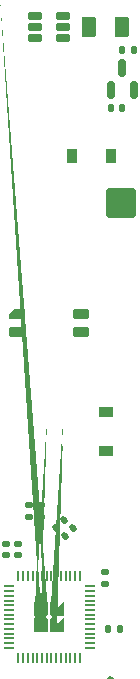
<source format=gbr>
%TF.GenerationSoftware,KiCad,Pcbnew,(6.0.9)*%
%TF.CreationDate,2022-12-06T02:01:01+08:00*%
%TF.ProjectId,sharkpad rev2,73686172-6b70-4616-9420-726576322e6b,rev?*%
%TF.SameCoordinates,Original*%
%TF.FileFunction,Paste,Bot*%
%TF.FilePolarity,Positive*%
%FSLAX46Y46*%
G04 Gerber Fmt 4.6, Leading zero omitted, Abs format (unit mm)*
G04 Created by KiCad (PCBNEW (6.0.9)) date 2022-12-06 02:01:01*
%MOMM*%
%LPD*%
G01*
G04 APERTURE LIST*
G04 Aperture macros list*
%AMRoundRect*
0 Rectangle with rounded corners*
0 $1 Rounding radius*
0 $2 $3 $4 $5 $6 $7 $8 $9 X,Y pos of 4 corners*
0 Add a 4 corners polygon primitive as box body*
4,1,4,$2,$3,$4,$5,$6,$7,$8,$9,$2,$3,0*
0 Add four circle primitives for the rounded corners*
1,1,$1+$1,$2,$3*
1,1,$1+$1,$4,$5*
1,1,$1+$1,$6,$7*
1,1,$1+$1,$8,$9*
0 Add four rect primitives between the rounded corners*
20,1,$1+$1,$2,$3,$4,$5,0*
20,1,$1+$1,$4,$5,$6,$7,0*
20,1,$1+$1,$6,$7,$8,$9,0*
20,1,$1+$1,$8,$9,$2,$3,0*%
%AMRotRect*
0 Rectangle, with rotation*
0 The origin of the aperture is its center*
0 $1 length*
0 $2 width*
0 $3 Rotation angle, in degrees counterclockwise*
0 Add horizontal line*
21,1,$1,$2,0,0,$3*%
%AMFreePoly0*
4,1,18,-0.410000,0.593000,-0.403758,0.624380,-0.385983,0.650983,-0.359380,0.668758,-0.328000,0.675000,0.328000,0.675000,0.359380,0.668758,0.385983,0.650983,0.403758,0.624380,0.410000,0.593000,0.410000,-0.593000,0.403758,-0.624380,0.385983,-0.650983,0.359380,-0.668758,0.328000,-0.675000,0.000000,-0.675000,-0.410000,-0.265000,-0.410000,0.593000,-0.410000,0.593000,$1*%
%AMFreePoly1*
4,1,51,0.532497,0.614663,0.539892,0.609888,0.548602,0.608625,0.568241,0.591583,0.590088,0.577477,0.593731,0.569465,0.600379,0.563696,0.607700,0.538741,0.618462,0.515071,0.617199,0.506361,0.619677,0.497915,0.619677,-0.497915,0.614663,-0.532497,0.609888,-0.539892,0.608625,-0.548602,0.591583,-0.568241,0.577477,-0.590088,0.569465,-0.593731,0.563696,-0.600379,0.538741,-0.607700,
0.515071,-0.618462,0.506361,-0.617199,0.497915,-0.619677,-0.497915,-0.619677,-0.532497,-0.614663,-0.539892,-0.609888,-0.548602,-0.608625,-0.568241,-0.591583,-0.590088,-0.577477,-0.593731,-0.569465,-0.600379,-0.563696,-0.607700,-0.538741,-0.618462,-0.515071,-0.617199,-0.506361,-0.619677,-0.497915,-0.619677,0.397045,-0.616565,0.418508,-0.616882,0.422984,-0.615567,0.425391,-0.614663,0.431627,
-0.598395,0.456822,-0.584014,0.483144,-0.483144,0.584014,-0.465766,0.596991,-0.462826,0.600379,-0.460195,0.601151,-0.455145,0.604922,-0.425821,0.611235,-0.397045,0.619677,0.497915,0.619677,0.532497,0.614663,0.532497,0.614663,$1*%
%AMFreePoly2*
4,1,51,0.532497,0.614663,0.539892,0.609888,0.548602,0.608625,0.568241,0.591583,0.590088,0.577477,0.593731,0.569465,0.600379,0.563696,0.607700,0.538741,0.618462,0.515071,0.617199,0.506361,0.619677,0.497915,0.619677,-0.497915,0.614663,-0.532497,0.609888,-0.539892,0.608625,-0.548602,0.591583,-0.568241,0.577477,-0.590088,0.569465,-0.593731,0.563696,-0.600379,0.538741,-0.607700,
0.515071,-0.618462,0.506361,-0.617199,0.497915,-0.619677,-0.397045,-0.619677,-0.418508,-0.616565,-0.422984,-0.616882,-0.425391,-0.615567,-0.431627,-0.614663,-0.456822,-0.598395,-0.483144,-0.584014,-0.584014,-0.483144,-0.596989,-0.465768,-0.600379,-0.462826,-0.601151,-0.460193,-0.604921,-0.455145,-0.611233,-0.425827,-0.619677,-0.397045,-0.619677,0.497915,-0.614663,0.532497,-0.609888,0.539892,
-0.608625,0.548602,-0.591583,0.568241,-0.577477,0.590088,-0.569465,0.593731,-0.563696,0.600379,-0.538741,0.607700,-0.515071,0.618462,-0.506361,0.617199,-0.497915,0.619677,0.497915,0.619677,0.532497,0.614663,0.532497,0.614663,$1*%
%AMFreePoly3*
4,1,51,0.418508,0.616565,0.422984,0.616882,0.425391,0.615567,0.431627,0.614663,0.456822,0.598395,0.483144,0.584014,0.584014,0.483144,0.596991,0.465766,0.600379,0.462826,0.601151,0.460195,0.604922,0.455145,0.611235,0.425821,0.619677,0.397045,0.619677,-0.497915,0.614663,-0.532497,0.609888,-0.539892,0.608625,-0.548602,0.591583,-0.568241,0.577477,-0.590088,0.569465,-0.593731,
0.563696,-0.600379,0.538741,-0.607700,0.515071,-0.618462,0.506361,-0.617199,0.497915,-0.619677,-0.497915,-0.619677,-0.532497,-0.614663,-0.539892,-0.609888,-0.548602,-0.608625,-0.568241,-0.591583,-0.590088,-0.577477,-0.593731,-0.569465,-0.600379,-0.563696,-0.607700,-0.538741,-0.618462,-0.515071,-0.617199,-0.506361,-0.619677,-0.497915,-0.619677,0.497915,-0.614663,0.532497,-0.609888,0.539892,
-0.608625,0.548602,-0.591583,0.568241,-0.577477,0.590088,-0.569465,0.593731,-0.563696,0.600379,-0.538741,0.607700,-0.515071,0.618462,-0.506361,0.617199,-0.497915,0.619677,0.397045,0.619677,0.418508,0.616565,0.418508,0.616565,$1*%
%AMFreePoly4*
4,1,51,0.532497,0.614663,0.539892,0.609888,0.548602,0.608625,0.568241,0.591583,0.590088,0.577477,0.593731,0.569465,0.600379,0.563696,0.607700,0.538741,0.618462,0.515071,0.617199,0.506361,0.619677,0.497915,0.619677,-0.397045,0.616565,-0.418508,0.616882,-0.422984,0.615567,-0.425391,0.614663,-0.431627,0.598395,-0.456822,0.584014,-0.483144,0.483144,-0.584014,0.465768,-0.596989,
0.462826,-0.600379,0.460193,-0.601151,0.455145,-0.604921,0.425827,-0.611233,0.397045,-0.619677,-0.497915,-0.619677,-0.532497,-0.614663,-0.539892,-0.609888,-0.548602,-0.608625,-0.568241,-0.591583,-0.590088,-0.577477,-0.593731,-0.569465,-0.600379,-0.563696,-0.607700,-0.538741,-0.618462,-0.515071,-0.617199,-0.506361,-0.619677,-0.497915,-0.619677,0.497915,-0.614663,0.532497,-0.609888,0.539892,
-0.608625,0.548602,-0.591583,0.568241,-0.577477,0.590088,-0.569465,0.593731,-0.563696,0.600379,-0.538741,0.607700,-0.515071,0.618462,-0.506361,0.617199,-0.497915,0.619677,0.497915,0.619677,0.532497,0.614663,0.532497,0.614663,$1*%
G04 Aperture macros list end*
%ADD10RoundRect,0.275000X0.275000X-0.625000X0.275000X0.625000X-0.275000X0.625000X-0.275000X-0.625000X0*%
%ADD11RoundRect,0.082000X-0.593000X0.328000X-0.593000X-0.328000X0.593000X-0.328000X0.593000X0.328000X0*%
%ADD12FreePoly0,270.000000*%
%ADD13RoundRect,0.150000X0.150000X-0.587500X0.150000X0.587500X-0.150000X0.587500X-0.150000X-0.587500X0*%
%ADD14R,0.900000X1.200000*%
%ADD15RoundRect,0.140000X-0.170000X0.140000X-0.170000X-0.140000X0.170000X-0.140000X0.170000X0.140000X0*%
%ADD16RoundRect,0.135000X-0.135000X-0.185000X0.135000X-0.185000X0.135000X0.185000X-0.135000X0.185000X0*%
%ADD17R,0.600000X1.450000*%
%ADD18R,0.300000X1.450000*%
%ADD19RoundRect,0.140000X-0.021213X0.219203X-0.219203X0.021213X0.021213X-0.219203X0.219203X-0.021213X0*%
%ADD20RoundRect,0.150000X-0.475000X-0.150000X0.475000X-0.150000X0.475000X0.150000X-0.475000X0.150000X0*%
%ADD21RoundRect,0.140000X0.170000X-0.140000X0.170000X0.140000X-0.170000X0.140000X-0.170000X-0.140000X0*%
%ADD22RoundRect,0.135000X0.135000X0.185000X-0.135000X0.185000X-0.135000X-0.185000X0.135000X-0.185000X0*%
%ADD23RoundRect,0.135000X0.185000X-0.135000X0.185000X0.135000X-0.185000X0.135000X-0.185000X-0.135000X0*%
%ADD24RoundRect,0.250000X-0.475000X0.250000X-0.475000X-0.250000X0.475000X-0.250000X0.475000X0.250000X0*%
%ADD25R,1.200000X0.900000*%
%ADD26RotRect,1.400000X1.200000X225.000000*%
%ADD27RoundRect,0.135000X-0.185000X0.135000X-0.185000X-0.135000X0.185000X-0.135000X0.185000X0.135000X0*%
%ADD28RoundRect,0.250000X1.025000X1.000000X-1.025000X1.000000X-1.025000X-1.000000X1.025000X-1.000000X0*%
%ADD29RoundRect,0.150000X0.150000X-0.650000X0.150000X0.650000X-0.150000X0.650000X-0.150000X-0.650000X0*%
%ADD30RoundRect,0.140000X0.021213X-0.219203X0.219203X-0.021213X-0.021213X0.219203X-0.219203X0.021213X0*%
%ADD31RoundRect,0.140000X-0.140000X-0.170000X0.140000X-0.170000X0.140000X0.170000X-0.140000X0.170000X0*%
%ADD32RoundRect,0.140000X0.140000X0.170000X-0.140000X0.170000X-0.140000X-0.170000X0.140000X-0.170000X0*%
%ADD33FreePoly1,180.000000*%
%ADD34FreePoly2,180.000000*%
%ADD35FreePoly3,180.000000*%
%ADD36FreePoly4,180.000000*%
%ADD37RoundRect,0.050000X0.387500X0.050000X-0.387500X0.050000X-0.387500X-0.050000X0.387500X-0.050000X0*%
%ADD38RoundRect,0.050000X0.050000X0.387500X-0.050000X0.387500X-0.050000X-0.387500X0.050000X-0.387500X0*%
%ADD39RoundRect,0.250000X-0.375000X-0.625000X0.375000X-0.625000X0.375000X0.625000X-0.375000X0.625000X0*%
G04 APERTURE END LIST*
D10*
%TO.C,JP1*%
X146650000Y-108925000D03*
X146650000Y-115125000D03*
X150350000Y-108925000D03*
X150350000Y-115125000D03*
%TD*%
D11*
%TO.C,LED2*%
X116825000Y-94030000D03*
X116825000Y-92530000D03*
X111375000Y-94030000D03*
D12*
X111375000Y-92530000D03*
%TD*%
D13*
%TO.C,U1*%
X121262500Y-73600000D03*
X119362500Y-73600000D03*
X120312500Y-71725000D03*
%TD*%
D14*
%TO.C,D1*%
X135050000Y-79200000D03*
X138350000Y-79200000D03*
%TD*%
D15*
%TO.C,C16*%
X113706000Y-123720000D03*
X113706000Y-124680000D03*
%TD*%
D16*
%TO.C,R7*%
X89615000Y-94037500D03*
X90635000Y-94037500D03*
%TD*%
D17*
%TO.C,J1*%
X110850000Y-62645000D03*
X111650000Y-62645000D03*
D18*
X112850000Y-62645000D03*
X113850000Y-62645000D03*
X114350000Y-62645000D03*
X115350000Y-62645000D03*
D17*
X116550000Y-62645000D03*
X117350000Y-62645000D03*
X117350000Y-62645000D03*
X116550000Y-62645000D03*
D18*
X115850000Y-62645000D03*
X114850000Y-62645000D03*
X113350000Y-62645000D03*
X112350000Y-62645000D03*
D17*
X111650000Y-62645000D03*
X110850000Y-62645000D03*
%TD*%
D11*
%TO.C,LED1*%
X135875000Y-94030000D03*
X135875000Y-92530000D03*
X130425000Y-94030000D03*
D12*
X130425000Y-92530000D03*
%TD*%
D15*
%TO.C,C3*%
X128883000Y-108800000D03*
X128883000Y-109760000D03*
%TD*%
D19*
%TO.C,C7*%
X119339411Y-123560589D03*
X118660589Y-124239411D03*
%TD*%
D20*
%TO.C,U3*%
X112925000Y-69212500D03*
X112925000Y-68262500D03*
X112925000Y-67312500D03*
X115275000Y-67312500D03*
X115275000Y-68262500D03*
X115275000Y-69212500D03*
%TD*%
D21*
%TO.C,C11*%
X111500000Y-112980000D03*
X111500000Y-112020000D03*
%TD*%
D22*
%TO.C,R4*%
X112900000Y-65000000D03*
X111880000Y-65000000D03*
%TD*%
D23*
%TO.C,R8*%
X109300000Y-124710000D03*
X109300000Y-123690000D03*
%TD*%
D14*
%TO.C,D7*%
X100950000Y-79200000D03*
X97650000Y-79200000D03*
%TD*%
D24*
%TO.C,C5*%
X139600000Y-91350000D03*
X139600000Y-93250000D03*
%TD*%
D11*
%TO.C,LED3*%
X97775000Y-94030000D03*
X97775000Y-92530000D03*
X92325000Y-94030000D03*
D12*
X92325000Y-92530000D03*
%TD*%
D25*
%TO.C,D4*%
X128425000Y-100800000D03*
X128425000Y-104100000D03*
%TD*%
D21*
%TO.C,C15*%
X108600000Y-115580000D03*
X108600000Y-114620000D03*
%TD*%
D26*
%TO.C,Y1*%
X118778858Y-126623223D03*
X117223223Y-128178858D03*
X116021142Y-126976777D03*
X117576777Y-125421142D03*
%TD*%
D25*
%TO.C,D8*%
X104500000Y-77650000D03*
X104500000Y-74350000D03*
%TD*%
D27*
%TO.C,R5*%
X112400000Y-108690000D03*
X112400000Y-109710000D03*
%TD*%
D21*
%TO.C,C9*%
X118800000Y-115380000D03*
X118800000Y-114420000D03*
%TD*%
D25*
%TO.C,D5*%
X137962500Y-100800000D03*
X137962500Y-104100000D03*
%TD*%
D28*
%TO.C,SW6*%
X106740000Y-85660000D03*
X120190000Y-83120000D03*
%TD*%
D29*
%TO.C,U2*%
X127105000Y-115900000D03*
X125835000Y-115900000D03*
X124565000Y-115900000D03*
X123295000Y-115900000D03*
X123295000Y-108700000D03*
X124565000Y-108700000D03*
X125835000Y-108700000D03*
X127105000Y-108700000D03*
%TD*%
D28*
%TO.C,SW7*%
X87690000Y-85660000D03*
X101140000Y-83120000D03*
%TD*%
D30*
%TO.C,C6*%
X115460589Y-111339411D03*
X116139411Y-110660589D03*
%TD*%
D14*
%TO.C,D2*%
X116050000Y-79200000D03*
X119350000Y-79200000D03*
%TD*%
D27*
%TO.C,R2*%
X115400000Y-64490000D03*
X115400000Y-65510000D03*
%TD*%
D30*
%TO.C,C4*%
X114660589Y-110639411D03*
X115339411Y-109960589D03*
%TD*%
D19*
%TO.C,C8*%
X115639411Y-125060589D03*
X114960589Y-125739411D03*
%TD*%
D31*
%TO.C,C1*%
X119352500Y-75125000D03*
X120312500Y-75125000D03*
%TD*%
D32*
%TO.C,C17*%
X108080000Y-119200000D03*
X107120000Y-119200000D03*
%TD*%
D28*
%TO.C,SW5*%
X125790000Y-85660000D03*
X139240000Y-83120000D03*
%TD*%
D15*
%TO.C,C14*%
X112200000Y-123720000D03*
X112200000Y-124680000D03*
%TD*%
D25*
%TO.C,D6*%
X118900000Y-100800000D03*
X118900000Y-104100000D03*
%TD*%
D22*
%TO.C,R3*%
X128310000Y-117700000D03*
X127290000Y-117700000D03*
%TD*%
D27*
%TO.C,R6*%
X113400000Y-108690000D03*
X113400000Y-109710000D03*
%TD*%
D21*
%TO.C,C13*%
X109445000Y-112980000D03*
X109445000Y-112020000D03*
%TD*%
D31*
%TO.C,C10*%
X119120000Y-119200000D03*
X120080000Y-119200000D03*
%TD*%
D21*
%TO.C,C12*%
X110445000Y-112980000D03*
X110445000Y-112020000D03*
%TD*%
D33*
%TO.C,U4*%
X114775000Y-118875000D03*
D34*
X114775000Y-117525000D03*
D35*
X113425000Y-118875000D03*
D36*
X113425000Y-117525000D03*
D37*
X117537500Y-115600000D03*
X117537500Y-116000000D03*
X117537500Y-116400000D03*
X117537500Y-116800000D03*
X117537500Y-117200000D03*
X117537500Y-117600000D03*
X117537500Y-118000000D03*
X117537500Y-118400000D03*
X117537500Y-118800000D03*
X117537500Y-119200000D03*
X117537500Y-119600000D03*
X117537500Y-120000000D03*
X117537500Y-120400000D03*
X117537500Y-120800000D03*
D38*
X116700000Y-121637500D03*
X116300000Y-121637500D03*
X115900000Y-121637500D03*
X115500000Y-121637500D03*
X115100000Y-121637500D03*
X114700000Y-121637500D03*
X114300000Y-121637500D03*
X113900000Y-121637500D03*
X113500000Y-121637500D03*
X113100000Y-121637500D03*
X112700000Y-121637500D03*
X112300000Y-121637500D03*
X111900000Y-121637500D03*
X111500000Y-121637500D03*
D37*
X110662500Y-120800000D03*
X110662500Y-120400000D03*
X110662500Y-120000000D03*
X110662500Y-119600000D03*
X110662500Y-119200000D03*
X110662500Y-118800000D03*
X110662500Y-118400000D03*
X110662500Y-118000000D03*
X110662500Y-117600000D03*
X110662500Y-117200000D03*
X110662500Y-116800000D03*
X110662500Y-116400000D03*
X110662500Y-116000000D03*
X110662500Y-115600000D03*
D38*
X111500000Y-114762500D03*
X111900000Y-114762500D03*
X112300000Y-114762500D03*
X112700000Y-114762500D03*
X113100000Y-114762500D03*
X113500000Y-114762500D03*
X113900000Y-114762500D03*
X114300000Y-114762500D03*
X114700000Y-114762500D03*
X115100000Y-114762500D03*
X115500000Y-114762500D03*
X115900000Y-114762500D03*
X116300000Y-114762500D03*
X116700000Y-114762500D03*
%TD*%
D39*
%TO.C,F1*%
X117500000Y-68200000D03*
X120300000Y-68200000D03*
%TD*%
D31*
%TO.C,C2*%
X120312500Y-70162500D03*
X121272500Y-70162500D03*
%TD*%
M02*

</source>
